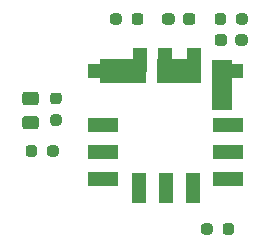
<source format=gbr>
%TF.GenerationSoftware,KiCad,Pcbnew,(5.1.9)-1*%
%TF.CreationDate,2021-02-27T14:58:15+09:00*%
%TF.ProjectId,universal_power_board_v1.2,756e6976-6572-4736-916c-5f706f776572,rev?*%
%TF.SameCoordinates,Original*%
%TF.FileFunction,Paste,Top*%
%TF.FilePolarity,Positive*%
%FSLAX46Y46*%
G04 Gerber Fmt 4.6, Leading zero omitted, Abs format (unit mm)*
G04 Created by KiCad (PCBNEW (5.1.9)-1) date 2021-02-27 14:58:15*
%MOMM*%
%LPD*%
G01*
G04 APERTURE LIST*
%ADD10R,1.270000X2.159000*%
%ADD11R,2.159000X1.270000*%
%ADD12R,1.270000X2.659000*%
%ADD13R,2.659000X1.270000*%
%ADD14R,1.730000X4.320000*%
%ADD15R,3.720000X2.030000*%
%ADD16R,4.020000X2.030000*%
G04 APERTURE END LIST*
D10*
%TO.C,U1*%
X117338670Y-71005300D03*
X114870670Y-71005300D03*
D11*
X120519000Y-72005000D03*
D10*
X112759058Y-71005300D03*
D11*
X109388560Y-72005000D03*
D12*
X117245130Y-81889410D03*
D13*
X120269000Y-78863000D03*
X109638560Y-78863000D03*
X109638560Y-81153000D03*
D12*
X112675130Y-81889410D03*
X114965130Y-81889410D03*
D13*
X120269000Y-81153000D03*
X120269000Y-76573000D03*
D14*
X119685130Y-73143000D03*
D15*
X116105130Y-72003000D03*
D16*
X111375130Y-72003000D03*
D13*
X109638560Y-76573000D03*
%TD*%
%TO.C,R5*%
G36*
G01*
X111231500Y-67326500D02*
X111231500Y-67801500D01*
G75*
G02*
X110994000Y-68039000I-237500J0D01*
G01*
X110494000Y-68039000D01*
G75*
G02*
X110256500Y-67801500I0J237500D01*
G01*
X110256500Y-67326500D01*
G75*
G02*
X110494000Y-67089000I237500J0D01*
G01*
X110994000Y-67089000D01*
G75*
G02*
X111231500Y-67326500I0J-237500D01*
G01*
G37*
G36*
G01*
X113056500Y-67326500D02*
X113056500Y-67801500D01*
G75*
G02*
X112819000Y-68039000I-237500J0D01*
G01*
X112319000Y-68039000D01*
G75*
G02*
X112081500Y-67801500I0J237500D01*
G01*
X112081500Y-67326500D01*
G75*
G02*
X112319000Y-67089000I237500J0D01*
G01*
X112819000Y-67089000D01*
G75*
G02*
X113056500Y-67326500I0J-237500D01*
G01*
G37*
%TD*%
%TO.C,R4*%
G36*
G01*
X118931500Y-85106500D02*
X118931500Y-85581500D01*
G75*
G02*
X118694000Y-85819000I-237500J0D01*
G01*
X118194000Y-85819000D01*
G75*
G02*
X117956500Y-85581500I0J237500D01*
G01*
X117956500Y-85106500D01*
G75*
G02*
X118194000Y-84869000I237500J0D01*
G01*
X118694000Y-84869000D01*
G75*
G02*
X118931500Y-85106500I0J-237500D01*
G01*
G37*
G36*
G01*
X120756500Y-85106500D02*
X120756500Y-85581500D01*
G75*
G02*
X120519000Y-85819000I-237500J0D01*
G01*
X120019000Y-85819000D01*
G75*
G02*
X119781500Y-85581500I0J237500D01*
G01*
X119781500Y-85106500D01*
G75*
G02*
X120019000Y-84869000I237500J0D01*
G01*
X120519000Y-84869000D01*
G75*
G02*
X120756500Y-85106500I0J-237500D01*
G01*
G37*
%TD*%
%TO.C,R3*%
G36*
G01*
X120924500Y-67801500D02*
X120924500Y-67326500D01*
G75*
G02*
X121162000Y-67089000I237500J0D01*
G01*
X121662000Y-67089000D01*
G75*
G02*
X121899500Y-67326500I0J-237500D01*
G01*
X121899500Y-67801500D01*
G75*
G02*
X121662000Y-68039000I-237500J0D01*
G01*
X121162000Y-68039000D01*
G75*
G02*
X120924500Y-67801500I0J237500D01*
G01*
G37*
G36*
G01*
X119099500Y-67801500D02*
X119099500Y-67326500D01*
G75*
G02*
X119337000Y-67089000I237500J0D01*
G01*
X119837000Y-67089000D01*
G75*
G02*
X120074500Y-67326500I0J-237500D01*
G01*
X120074500Y-67801500D01*
G75*
G02*
X119837000Y-68039000I-237500J0D01*
G01*
X119337000Y-68039000D01*
G75*
G02*
X119099500Y-67801500I0J237500D01*
G01*
G37*
%TD*%
%TO.C,R2*%
G36*
G01*
X105897500Y-78502500D02*
X105897500Y-78977500D01*
G75*
G02*
X105660000Y-79215000I-237500J0D01*
G01*
X105160000Y-79215000D01*
G75*
G02*
X104922500Y-78977500I0J237500D01*
G01*
X104922500Y-78502500D01*
G75*
G02*
X105160000Y-78265000I237500J0D01*
G01*
X105660000Y-78265000D01*
G75*
G02*
X105897500Y-78502500I0J-237500D01*
G01*
G37*
G36*
G01*
X104072500Y-78502500D02*
X104072500Y-78977500D01*
G75*
G02*
X103835000Y-79215000I-237500J0D01*
G01*
X103335000Y-79215000D01*
G75*
G02*
X103097500Y-78977500I0J237500D01*
G01*
X103097500Y-78502500D01*
G75*
G02*
X103335000Y-78265000I237500J0D01*
G01*
X103835000Y-78265000D01*
G75*
G02*
X104072500Y-78502500I0J-237500D01*
G01*
G37*
%TD*%
%TO.C,R1*%
G36*
G01*
X105426500Y-73807500D02*
X105901500Y-73807500D01*
G75*
G02*
X106139000Y-74045000I0J-237500D01*
G01*
X106139000Y-74545000D01*
G75*
G02*
X105901500Y-74782500I-237500J0D01*
G01*
X105426500Y-74782500D01*
G75*
G02*
X105189000Y-74545000I0J237500D01*
G01*
X105189000Y-74045000D01*
G75*
G02*
X105426500Y-73807500I237500J0D01*
G01*
G37*
G36*
G01*
X105426500Y-75632500D02*
X105901500Y-75632500D01*
G75*
G02*
X106139000Y-75870000I0J-237500D01*
G01*
X106139000Y-76370000D01*
G75*
G02*
X105901500Y-76607500I-237500J0D01*
G01*
X105426500Y-76607500D01*
G75*
G02*
X105189000Y-76370000I0J237500D01*
G01*
X105189000Y-75870000D01*
G75*
G02*
X105426500Y-75632500I237500J0D01*
G01*
G37*
%TD*%
%TO.C,D1*%
G36*
G01*
X116414000Y-67801500D02*
X116414000Y-67326500D01*
G75*
G02*
X116651500Y-67089000I237500J0D01*
G01*
X117226500Y-67089000D01*
G75*
G02*
X117464000Y-67326500I0J-237500D01*
G01*
X117464000Y-67801500D01*
G75*
G02*
X117226500Y-68039000I-237500J0D01*
G01*
X116651500Y-68039000D01*
G75*
G02*
X116414000Y-67801500I0J237500D01*
G01*
G37*
G36*
G01*
X114664000Y-67801500D02*
X114664000Y-67326500D01*
G75*
G02*
X114901500Y-67089000I237500J0D01*
G01*
X115476500Y-67089000D01*
G75*
G02*
X115714000Y-67326500I0J-237500D01*
G01*
X115714000Y-67801500D01*
G75*
G02*
X115476500Y-68039000I-237500J0D01*
G01*
X114901500Y-68039000D01*
G75*
G02*
X114664000Y-67801500I0J237500D01*
G01*
G37*
%TD*%
%TO.C,C2*%
G36*
G01*
X120859000Y-69579500D02*
X120859000Y-69104500D01*
G75*
G02*
X121096500Y-68867000I237500J0D01*
G01*
X121671500Y-68867000D01*
G75*
G02*
X121909000Y-69104500I0J-237500D01*
G01*
X121909000Y-69579500D01*
G75*
G02*
X121671500Y-69817000I-237500J0D01*
G01*
X121096500Y-69817000D01*
G75*
G02*
X120859000Y-69579500I0J237500D01*
G01*
G37*
G36*
G01*
X119109000Y-69579500D02*
X119109000Y-69104500D01*
G75*
G02*
X119346500Y-68867000I237500J0D01*
G01*
X119921500Y-68867000D01*
G75*
G02*
X120159000Y-69104500I0J-237500D01*
G01*
X120159000Y-69579500D01*
G75*
G02*
X119921500Y-69817000I-237500J0D01*
G01*
X119346500Y-69817000D01*
G75*
G02*
X119109000Y-69579500I0J237500D01*
G01*
G37*
%TD*%
%TO.C,C1*%
G36*
G01*
X103054999Y-73720000D02*
X103955001Y-73720000D01*
G75*
G02*
X104205000Y-73969999I0J-249999D01*
G01*
X104205000Y-74620001D01*
G75*
G02*
X103955001Y-74870000I-249999J0D01*
G01*
X103054999Y-74870000D01*
G75*
G02*
X102805000Y-74620001I0J249999D01*
G01*
X102805000Y-73969999D01*
G75*
G02*
X103054999Y-73720000I249999J0D01*
G01*
G37*
G36*
G01*
X103054999Y-75770000D02*
X103955001Y-75770000D01*
G75*
G02*
X104205000Y-76019999I0J-249999D01*
G01*
X104205000Y-76670001D01*
G75*
G02*
X103955001Y-76920000I-249999J0D01*
G01*
X103054999Y-76920000D01*
G75*
G02*
X102805000Y-76670001I0J249999D01*
G01*
X102805000Y-76019999D01*
G75*
G02*
X103054999Y-75770000I249999J0D01*
G01*
G37*
%TD*%
M02*

</source>
